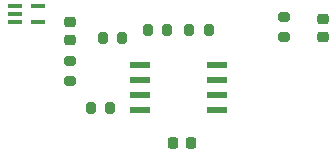
<source format=gbr>
%TF.GenerationSoftware,KiCad,Pcbnew,(5.99.0-11760-g13083c80c2)*%
%TF.CreationDate,2021-08-25T14:33:33-04:00*%
%TF.ProjectId,DigitimerPulseExtender_v3,44696769-7469-46d6-9572-50756c736545,rev?*%
%TF.SameCoordinates,Original*%
%TF.FileFunction,Paste,Top*%
%TF.FilePolarity,Positive*%
%FSLAX46Y46*%
G04 Gerber Fmt 4.6, Leading zero omitted, Abs format (unit mm)*
G04 Created by KiCad (PCBNEW (5.99.0-11760-g13083c80c2)) date 2021-08-25 14:33:33*
%MOMM*%
%LPD*%
G01*
G04 APERTURE LIST*
G04 Aperture macros list*
%AMRoundRect*
0 Rectangle with rounded corners*
0 $1 Rounding radius*
0 $2 $3 $4 $5 $6 $7 $8 $9 X,Y pos of 4 corners*
0 Add a 4 corners polygon primitive as box body*
4,1,4,$2,$3,$4,$5,$6,$7,$8,$9,$2,$3,0*
0 Add four circle primitives for the rounded corners*
1,1,$1+$1,$2,$3*
1,1,$1+$1,$4,$5*
1,1,$1+$1,$6,$7*
1,1,$1+$1,$8,$9*
0 Add four rect primitives between the rounded corners*
20,1,$1+$1,$2,$3,$4,$5,0*
20,1,$1+$1,$4,$5,$6,$7,0*
20,1,$1+$1,$6,$7,$8,$9,0*
20,1,$1+$1,$8,$9,$2,$3,0*%
G04 Aperture macros list end*
%ADD10R,1.701800X0.609600*%
%ADD11RoundRect,0.225000X0.225000X0.250000X-0.225000X0.250000X-0.225000X-0.250000X0.225000X-0.250000X0*%
%ADD12RoundRect,0.200000X-0.200000X-0.275000X0.200000X-0.275000X0.200000X0.275000X-0.200000X0.275000X0*%
%ADD13RoundRect,0.200000X-0.275000X0.200000X-0.275000X-0.200000X0.275000X-0.200000X0.275000X0.200000X0*%
%ADD14RoundRect,0.225000X0.250000X-0.225000X0.250000X0.225000X-0.250000X0.225000X-0.250000X-0.225000X0*%
%ADD15R,1.168400X0.355600*%
%ADD16RoundRect,0.218750X-0.256250X0.218750X-0.256250X-0.218750X0.256250X-0.218750X0.256250X0.218750X0*%
G04 APERTURE END LIST*
D10*
%TO.C,U2*%
X50241200Y-58826400D03*
X50241200Y-60096400D03*
X50241200Y-61366400D03*
X50241200Y-62636400D03*
X56743600Y-62636400D03*
X56743600Y-61366400D03*
X56743600Y-60096400D03*
X56743600Y-58826400D03*
%TD*%
D11*
%TO.C,C2*%
X54597600Y-65405000D03*
X53047600Y-65405000D03*
%TD*%
D12*
%TO.C,R8*%
X54420000Y-55880000D03*
X56070000Y-55880000D03*
%TD*%
D13*
%TO.C,R4*%
X44272200Y-58484000D03*
X44272200Y-60134000D03*
%TD*%
%TO.C,R6*%
X62407800Y-54788800D03*
X62407800Y-56438800D03*
%TD*%
D14*
%TO.C,C1*%
X65709800Y-56477200D03*
X65709800Y-54927200D03*
%TD*%
D12*
%TO.C,R5*%
X47079400Y-56515000D03*
X48729400Y-56515000D03*
%TD*%
%TO.C,R7*%
X50914800Y-55880000D03*
X52564800Y-55880000D03*
%TD*%
D15*
%TO.C,U1*%
X39649400Y-53822600D03*
X39649400Y-54483000D03*
X39649400Y-55143400D03*
X41579800Y-55143400D03*
X41579800Y-53822600D03*
%TD*%
D12*
%TO.C,R1*%
X46063400Y-62458600D03*
X47713400Y-62458600D03*
%TD*%
D16*
%TO.C,D2*%
X44297600Y-55143300D03*
X44297600Y-56718300D03*
%TD*%
M02*

</source>
